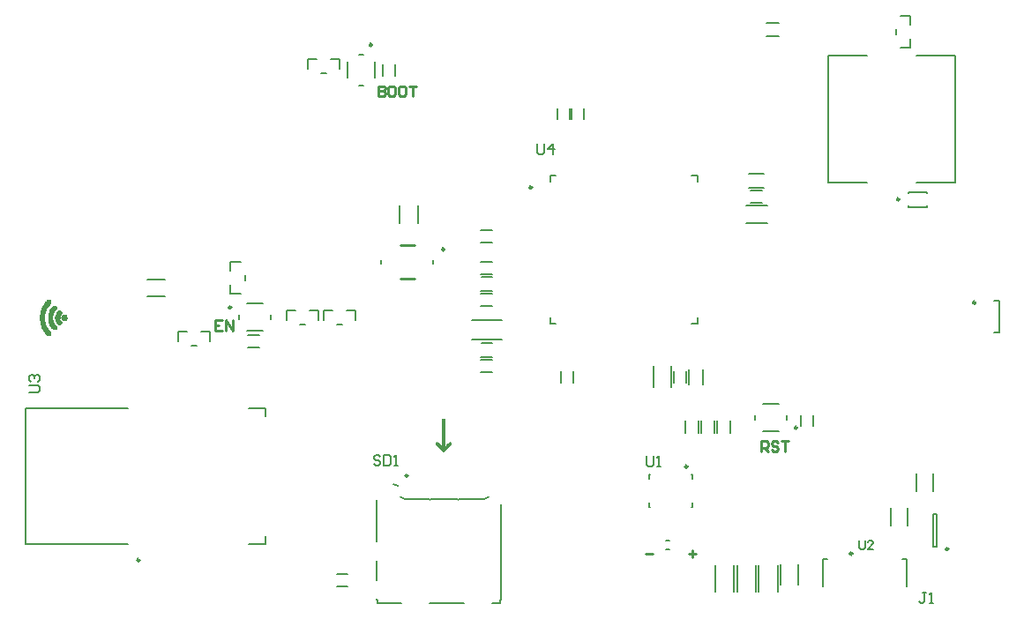
<source format=gto>
G04*
G04 #@! TF.GenerationSoftware,Altium Limited,Altium Designer,21.1.1 (26)*
G04*
G04 Layer_Color=65535*
%FSLAX44Y44*%
%MOMM*%
G71*
G04*
G04 #@! TF.SameCoordinates,6A85A449-59C4-447A-B511-F0FC370A597D*
G04*
G04*
G04 #@! TF.FilePolarity,Positive*
G04*
G01*
G75*
%ADD10C,0.2500*%
%ADD11C,0.2000*%
%ADD12C,0.2540*%
G36*
X135195Y373508D02*
X135753D01*
Y373397D01*
X136089D01*
Y373285D01*
X136312D01*
Y373173D01*
X136424D01*
Y373061D01*
X136535D01*
Y372950D01*
X136647D01*
Y372838D01*
X136759D01*
Y372726D01*
X136870D01*
Y372615D01*
X136982D01*
Y372503D01*
X137094D01*
Y372391D01*
X137317D01*
Y372280D01*
X137429D01*
Y372056D01*
X137541D01*
Y371945D01*
X137652D01*
Y371721D01*
X137764D01*
Y371051D01*
X137876D01*
Y370381D01*
X137764D01*
Y370046D01*
X137652D01*
Y369934D01*
X137429D01*
Y369822D01*
X137205D01*
Y369711D01*
X137094D01*
Y369599D01*
X136982D01*
Y369487D01*
X136870D01*
Y369264D01*
X136759D01*
Y369040D01*
X136647D01*
Y368817D01*
X136535D01*
Y368705D01*
X136312D01*
Y368594D01*
X136089D01*
Y368482D01*
X135977D01*
Y368370D01*
X135865D01*
Y368259D01*
X135753D01*
Y367924D01*
X135642D01*
Y367365D01*
X135753D01*
Y367030D01*
X135865D01*
Y366807D01*
X135977D01*
Y366695D01*
X136647D01*
Y366807D01*
X136759D01*
Y366918D01*
X136870D01*
Y367142D01*
X136982D01*
Y367589D01*
X137094D01*
Y367924D01*
X137205D01*
Y368147D01*
X137317D01*
Y368259D01*
X137541D01*
Y368370D01*
X137764D01*
Y368482D01*
X137876D01*
Y368594D01*
X137987D01*
Y368705D01*
X138099D01*
Y368817D01*
X138211D01*
Y369152D01*
X138322D01*
Y369264D01*
X138434D01*
Y369376D01*
X138658D01*
Y369487D01*
X139328D01*
Y369376D01*
X141115D01*
Y369264D01*
X141450D01*
Y369152D01*
X141673D01*
Y369040D01*
X141785D01*
Y368929D01*
X141897D01*
Y368817D01*
X142008D01*
Y368482D01*
X142120D01*
Y368035D01*
X142232D01*
Y367589D01*
X142343D01*
Y367365D01*
X142455D01*
Y367253D01*
X142567D01*
Y367030D01*
X142678D01*
Y366918D01*
X142790D01*
Y366807D01*
X142902D01*
Y366695D01*
X143014D01*
Y365913D01*
X142902D01*
Y365801D01*
X142790D01*
Y365690D01*
X142678D01*
Y365578D01*
X142567D01*
Y365355D01*
X142455D01*
Y365243D01*
X142343D01*
Y365019D01*
X142232D01*
Y364573D01*
X142120D01*
Y364238D01*
X142008D01*
Y363903D01*
X141897D01*
Y363791D01*
X141785D01*
Y363679D01*
X141673D01*
Y363568D01*
X141562D01*
Y363456D01*
X141338D01*
Y363344D01*
X141003D01*
Y363232D01*
X139216D01*
Y363121D01*
X138769D01*
Y363232D01*
X138434D01*
Y363344D01*
X138322D01*
Y363568D01*
X138211D01*
Y363791D01*
X138099D01*
Y364014D01*
X137987D01*
Y364126D01*
X137764D01*
Y364238D01*
X137541D01*
Y364349D01*
X137317D01*
Y364461D01*
X137205D01*
Y364684D01*
X137094D01*
Y365019D01*
X136982D01*
Y365466D01*
X136870D01*
Y365690D01*
X136759D01*
Y365801D01*
X136647D01*
Y365913D01*
X136089D01*
Y365801D01*
X135977D01*
Y365690D01*
X135865D01*
Y365578D01*
X135753D01*
Y365243D01*
X135642D01*
Y364684D01*
X135753D01*
Y364349D01*
X135865D01*
Y364238D01*
X135977D01*
Y364126D01*
X136200D01*
Y364014D01*
X136312D01*
Y363903D01*
X136535D01*
Y363791D01*
X136647D01*
Y363568D01*
X136759D01*
Y363344D01*
X136870D01*
Y363121D01*
X136982D01*
Y363009D01*
X137094D01*
Y362897D01*
X137317D01*
Y362786D01*
X137541D01*
Y362674D01*
X137652D01*
Y362562D01*
X137764D01*
Y362339D01*
X137876D01*
Y361557D01*
X137764D01*
Y360998D01*
X137652D01*
Y360775D01*
X137541D01*
Y360552D01*
X137429D01*
Y360440D01*
X137317D01*
Y360328D01*
X137205D01*
Y360217D01*
X137094D01*
Y360105D01*
X136982D01*
Y359993D01*
X136870D01*
Y359882D01*
X136647D01*
Y359770D01*
X136535D01*
Y359658D01*
X136424D01*
Y359547D01*
X136312D01*
Y359435D01*
X136089D01*
Y359323D01*
X135753D01*
Y359211D01*
X135418D01*
Y359100D01*
X134860D01*
Y358988D01*
X134637D01*
Y359100D01*
X134302D01*
Y359211D01*
X134190D01*
Y359323D01*
X134078D01*
Y359435D01*
X133966D01*
Y359547D01*
X133855D01*
Y359658D01*
X133631D01*
Y359770D01*
X133520D01*
Y359882D01*
X133296D01*
Y359993D01*
X133184D01*
Y360105D01*
X132961D01*
Y360217D01*
X132850D01*
Y360328D01*
X132738D01*
Y360552D01*
X132626D01*
Y360663D01*
X132514D01*
Y360775D01*
X132403D01*
Y360887D01*
X132291D01*
Y360998D01*
X132179D01*
Y361110D01*
X132068D01*
Y361222D01*
X131956D01*
Y361334D01*
X131844D01*
Y361557D01*
X131733D01*
Y362562D01*
X131621D01*
Y362897D01*
X131509D01*
Y363009D01*
X131397D01*
Y363121D01*
X131286D01*
Y363232D01*
X131174D01*
Y363344D01*
X131062D01*
Y363456D01*
X130951D01*
Y363568D01*
X130839D01*
Y363791D01*
X130727D01*
Y364908D01*
X130616D01*
Y367700D01*
X130727D01*
Y368929D01*
X130839D01*
Y369040D01*
X130951D01*
Y369264D01*
X131174D01*
Y369376D01*
X131286D01*
Y369487D01*
X131397D01*
Y369599D01*
X131509D01*
Y369711D01*
X131621D01*
Y370046D01*
X131733D01*
Y371051D01*
X131844D01*
Y371274D01*
X131956D01*
Y371386D01*
X132068D01*
Y371498D01*
X132179D01*
Y371609D01*
X132291D01*
Y371721D01*
X132403D01*
Y371833D01*
X132514D01*
Y371945D01*
X132626D01*
Y372056D01*
X132738D01*
Y372280D01*
X132850D01*
Y372391D01*
X132961D01*
Y372503D01*
X133073D01*
Y372615D01*
X133296D01*
Y372726D01*
X133408D01*
Y372838D01*
X133631D01*
Y372950D01*
X133743D01*
Y373061D01*
X133855D01*
Y373173D01*
X133966D01*
Y373285D01*
X134078D01*
Y373397D01*
X134190D01*
Y373508D01*
X134413D01*
Y373620D01*
X135195D01*
Y373508D01*
D02*
G37*
G36*
X129610Y377976D02*
X131397D01*
Y377864D01*
X131733D01*
Y377753D01*
X131956D01*
Y377641D01*
X132068D01*
Y377529D01*
X132179D01*
Y377417D01*
X132291D01*
Y377194D01*
X132403D01*
Y376971D01*
X132514D01*
Y374402D01*
X132403D01*
Y374290D01*
X132291D01*
Y374178D01*
X132179D01*
Y374067D01*
X132068D01*
Y373955D01*
X131956D01*
Y373843D01*
X131844D01*
Y373732D01*
X131733D01*
Y373620D01*
X131621D01*
Y373508D01*
X131509D01*
Y373397D01*
X131397D01*
Y373173D01*
X131286D01*
Y373061D01*
X131174D01*
Y372950D01*
X130951D01*
Y372838D01*
X130839D01*
Y372726D01*
X130727D01*
Y372615D01*
X130616D01*
Y372503D01*
X130504D01*
Y372280D01*
X130392D01*
Y371945D01*
X130281D01*
Y371609D01*
X130169D01*
Y371386D01*
X130057D01*
Y371163D01*
X129945D01*
Y371051D01*
X129834D01*
Y370939D01*
X129722D01*
Y370716D01*
X129610D01*
Y370604D01*
X129499D01*
Y370381D01*
X129387D01*
Y369934D01*
X129275D01*
Y369487D01*
X129164D01*
Y369040D01*
X129052D01*
Y368370D01*
X128940D01*
Y368035D01*
X128828D01*
Y367812D01*
X128717D01*
Y367700D01*
X128605D01*
Y367477D01*
X128493D01*
Y367365D01*
X128382D01*
Y367030D01*
X128270D01*
Y365578D01*
X128382D01*
Y365243D01*
X128493D01*
Y365131D01*
X128605D01*
Y364908D01*
X128717D01*
Y364796D01*
X128828D01*
Y364573D01*
X128940D01*
Y364349D01*
X129052D01*
Y363791D01*
X129164D01*
Y363121D01*
X129275D01*
Y362674D01*
X129387D01*
Y362227D01*
X129499D01*
Y362004D01*
X129610D01*
Y361892D01*
X129722D01*
Y361780D01*
X129834D01*
Y361669D01*
X129945D01*
Y361445D01*
X130057D01*
Y361334D01*
X130169D01*
Y361110D01*
X130281D01*
Y360663D01*
X130392D01*
Y360328D01*
X130504D01*
Y360105D01*
X130616D01*
Y359993D01*
X130727D01*
Y359882D01*
X130839D01*
Y359770D01*
X131062D01*
Y359658D01*
X131174D01*
Y359547D01*
X131286D01*
Y359435D01*
X131397D01*
Y359323D01*
X131509D01*
Y359100D01*
X131621D01*
Y358988D01*
X131733D01*
Y358876D01*
X131844D01*
Y358765D01*
X131956D01*
Y358653D01*
X132179D01*
Y358541D01*
X132291D01*
Y358430D01*
X132403D01*
Y358206D01*
X132514D01*
Y357983D01*
X132626D01*
Y357536D01*
X132514D01*
Y356531D01*
X132626D01*
Y356419D01*
X132514D01*
Y355749D01*
X132403D01*
Y355414D01*
X132291D01*
Y355302D01*
X132179D01*
Y355079D01*
X132068D01*
Y354967D01*
X131844D01*
Y354855D01*
X131733D01*
Y354744D01*
X131397D01*
Y354632D01*
X129499D01*
Y354520D01*
X129275D01*
Y354632D01*
X128828D01*
Y354744D01*
X128717D01*
Y354855D01*
X128605D01*
Y354967D01*
X128493D01*
Y355191D01*
X128382D01*
Y355302D01*
X128270D01*
Y355414D01*
X128158D01*
Y355526D01*
X128047D01*
Y355637D01*
X127823D01*
Y355749D01*
X127711D01*
Y355861D01*
X127600D01*
Y355972D01*
X127488D01*
Y356084D01*
X127376D01*
Y356307D01*
X127265D01*
Y356419D01*
X127153D01*
Y356531D01*
X127041D01*
Y356642D01*
X126930D01*
Y356754D01*
X126818D01*
Y356866D01*
X126595D01*
Y356978D01*
X126483D01*
Y357201D01*
X126371D01*
Y357313D01*
X126259D01*
Y357536D01*
X126148D01*
Y357759D01*
X126036D01*
Y357983D01*
X125924D01*
Y358094D01*
X125813D01*
Y358206D01*
X125701D01*
Y358318D01*
X125589D01*
Y358430D01*
X125478D01*
Y358653D01*
X125366D01*
Y358988D01*
X125254D01*
Y360663D01*
X125143D01*
Y360775D01*
X125031D01*
Y360887D01*
X124919D01*
Y360998D01*
X124808D01*
Y361110D01*
X124584D01*
Y361222D01*
X124472D01*
Y361334D01*
X124361D01*
Y361445D01*
X124249D01*
Y361780D01*
X124137D01*
Y362562D01*
X124249D01*
Y370046D01*
X124137D01*
Y370939D01*
X124249D01*
Y371163D01*
X124361D01*
Y371274D01*
X124472D01*
Y371386D01*
X124584D01*
Y371498D01*
X124808D01*
Y371609D01*
X124919D01*
Y371721D01*
X125031D01*
Y371833D01*
X125143D01*
Y371945D01*
X125254D01*
Y373732D01*
X125366D01*
Y374067D01*
X125478D01*
Y374290D01*
X125589D01*
Y374402D01*
X125701D01*
Y374514D01*
X125813D01*
Y374625D01*
X125924D01*
Y374737D01*
X126036D01*
Y374849D01*
X126148D01*
Y375072D01*
X126259D01*
Y375295D01*
X126371D01*
Y375519D01*
X126483D01*
Y375630D01*
X126595D01*
Y375742D01*
X126818D01*
Y375854D01*
X126930D01*
Y375965D01*
X127041D01*
Y376077D01*
X127153D01*
Y376189D01*
X127265D01*
Y376301D01*
X127376D01*
Y376524D01*
X127488D01*
Y376636D01*
X127600D01*
Y376747D01*
X127711D01*
Y376859D01*
X127823D01*
Y376971D01*
X128047D01*
Y377082D01*
X128158D01*
Y377194D01*
X128270D01*
Y377306D01*
X128382D01*
Y377417D01*
X128493D01*
Y377641D01*
X128605D01*
Y377753D01*
X128717D01*
Y377864D01*
X128828D01*
Y377976D01*
X129052D01*
Y378088D01*
X129610D01*
Y377976D01*
D02*
G37*
G36*
X126706Y382891D02*
X126818D01*
Y382667D01*
X126930D01*
Y382444D01*
X127041D01*
Y382220D01*
X127153D01*
Y381774D01*
X127265D01*
Y380880D01*
X127153D01*
Y380210D01*
X127041D01*
Y379986D01*
X126930D01*
Y379763D01*
X126818D01*
Y379651D01*
X126706D01*
Y379540D01*
X126595D01*
Y379428D01*
X126483D01*
Y379316D01*
X126259D01*
Y379093D01*
X126148D01*
Y378981D01*
X126036D01*
Y378870D01*
X125924D01*
Y378646D01*
X125813D01*
Y378535D01*
X125701D01*
Y378423D01*
X125589D01*
Y378311D01*
X125366D01*
Y378088D01*
X125254D01*
Y377976D01*
X125143D01*
Y377864D01*
X125031D01*
Y377641D01*
X124919D01*
Y377529D01*
X124808D01*
Y377417D01*
X124696D01*
Y377306D01*
X124584D01*
Y377194D01*
X124472D01*
Y377082D01*
X124249D01*
Y376971D01*
X124137D01*
Y376747D01*
X124026D01*
Y376524D01*
X123914D01*
Y376077D01*
X123802D01*
Y375854D01*
X123691D01*
Y375630D01*
X123579D01*
Y375519D01*
X123467D01*
Y375407D01*
X123356D01*
Y375295D01*
X123244D01*
Y375184D01*
X123132D01*
Y374960D01*
X123020D01*
Y374737D01*
X122909D01*
Y374290D01*
X122797D01*
Y373843D01*
X122685D01*
Y373620D01*
X122574D01*
Y373508D01*
X122462D01*
Y373397D01*
X122350D01*
Y373173D01*
X122239D01*
Y373061D01*
X122127D01*
Y372950D01*
X122015D01*
Y372726D01*
X121903D01*
Y372280D01*
X121792D01*
Y371386D01*
X121680D01*
Y370716D01*
X121568D01*
Y370381D01*
X121457D01*
Y370157D01*
X121345D01*
Y370046D01*
X121233D01*
Y369934D01*
X121122D01*
Y369822D01*
X121010D01*
Y369599D01*
X120898D01*
Y369376D01*
X120787D01*
Y363232D01*
X120898D01*
Y363009D01*
X121010D01*
Y362897D01*
X121122D01*
Y362786D01*
X121233D01*
Y362562D01*
X121345D01*
Y362451D01*
X121457D01*
Y362339D01*
X121568D01*
Y362004D01*
X121680D01*
Y361334D01*
X121792D01*
Y360328D01*
X121903D01*
Y359882D01*
X122015D01*
Y359658D01*
X122127D01*
Y359547D01*
X122239D01*
Y359435D01*
X122350D01*
Y359323D01*
X122462D01*
Y359211D01*
X122574D01*
Y358988D01*
X122685D01*
Y358765D01*
X122797D01*
Y358318D01*
X122909D01*
Y357983D01*
X123020D01*
Y357648D01*
X123132D01*
Y357536D01*
X123244D01*
Y357424D01*
X123356D01*
Y357313D01*
X123467D01*
Y357201D01*
X123579D01*
Y356978D01*
X123691D01*
Y356866D01*
X123802D01*
Y356531D01*
X123914D01*
Y356084D01*
X124026D01*
Y355861D01*
X124137D01*
Y355749D01*
X124249D01*
Y355637D01*
X124361D01*
Y355526D01*
X124472D01*
Y355414D01*
X124584D01*
Y355302D01*
X124808D01*
Y355191D01*
X124919D01*
Y354967D01*
X125031D01*
Y354855D01*
X125143D01*
Y354632D01*
X125254D01*
Y354520D01*
X125366D01*
Y354409D01*
X125478D01*
Y354297D01*
X125589D01*
Y354185D01*
X125701D01*
Y354073D01*
X125813D01*
Y353962D01*
X125924D01*
Y353850D01*
X126036D01*
Y353738D01*
X126148D01*
Y353515D01*
X126259D01*
Y353403D01*
X126371D01*
Y353292D01*
X126483D01*
Y353180D01*
X126706D01*
Y353068D01*
X126818D01*
Y352957D01*
X126930D01*
Y352733D01*
X127041D01*
Y352510D01*
X127153D01*
Y351616D01*
X127265D01*
Y350834D01*
X127153D01*
Y350499D01*
X127041D01*
Y350276D01*
X126930D01*
Y350052D01*
X126818D01*
Y349941D01*
X126706D01*
Y349717D01*
X126595D01*
Y349159D01*
X122574D01*
Y349606D01*
X122462D01*
Y349829D01*
X122350D01*
Y350052D01*
X122239D01*
Y350164D01*
X122127D01*
Y350276D01*
X122015D01*
Y350388D01*
X121903D01*
Y350499D01*
X121792D01*
Y350611D01*
X121568D01*
Y350723D01*
X121457D01*
Y350834D01*
X121345D01*
Y351058D01*
X121233D01*
Y351281D01*
X121122D01*
Y351616D01*
X121010D01*
Y351951D01*
X120898D01*
Y352175D01*
X120787D01*
Y352286D01*
X120675D01*
Y352398D01*
X120451D01*
Y352510D01*
X120228D01*
Y352621D01*
X120116D01*
Y352733D01*
X120005D01*
Y352957D01*
X119893D01*
Y353180D01*
X119781D01*
Y353403D01*
X119670D01*
Y353515D01*
X119558D01*
Y353627D01*
X119446D01*
Y353738D01*
X119334D01*
Y353850D01*
X119223D01*
Y353962D01*
X119111D01*
Y354073D01*
X118999D01*
Y354409D01*
X118888D01*
Y355079D01*
X118776D01*
Y355414D01*
X118664D01*
Y355637D01*
X118553D01*
Y355749D01*
X118441D01*
Y355861D01*
X118218D01*
Y355972D01*
X118106D01*
Y356084D01*
X117994D01*
Y356307D01*
X117882D01*
Y356531D01*
X117771D01*
Y358430D01*
X117659D01*
Y358653D01*
X117547D01*
Y358765D01*
X117436D01*
Y358876D01*
X117324D01*
Y358988D01*
X117101D01*
Y359100D01*
X116989D01*
Y359211D01*
X116877D01*
Y359323D01*
X116766D01*
Y359658D01*
X116654D01*
Y361669D01*
X116766D01*
Y362451D01*
X116654D01*
Y362897D01*
X116542D01*
Y363121D01*
X116431D01*
Y363232D01*
X116319D01*
Y363456D01*
X116207D01*
Y363568D01*
X116095D01*
Y363679D01*
X115984D01*
Y364014D01*
X115872D01*
Y364573D01*
X115984D01*
Y368035D01*
X115872D01*
Y368594D01*
X115984D01*
Y368929D01*
X116095D01*
Y369040D01*
X116207D01*
Y369152D01*
X116319D01*
Y369376D01*
X116431D01*
Y369487D01*
X116542D01*
Y369711D01*
X116654D01*
Y370157D01*
X116766D01*
Y370939D01*
X116654D01*
Y373061D01*
X116766D01*
Y373285D01*
X116877D01*
Y373508D01*
X117101D01*
Y373620D01*
X117212D01*
Y373732D01*
X117436D01*
Y373843D01*
X117547D01*
Y373955D01*
X117659D01*
Y374178D01*
X117771D01*
Y376189D01*
X117882D01*
Y376412D01*
X117994D01*
Y376524D01*
X118106D01*
Y376636D01*
X118218D01*
Y376747D01*
X118329D01*
Y376859D01*
X118441D01*
Y376971D01*
X118553D01*
Y377082D01*
X118664D01*
Y377194D01*
X118776D01*
Y377529D01*
X118888D01*
Y378311D01*
X118999D01*
Y378535D01*
X119111D01*
Y378758D01*
X119334D01*
Y378870D01*
X119446D01*
Y378981D01*
X119558D01*
Y379093D01*
X119670D01*
Y379316D01*
X119781D01*
Y379540D01*
X119893D01*
Y379651D01*
X120005D01*
Y379875D01*
X120116D01*
Y379986D01*
X120228D01*
Y380098D01*
X120451D01*
Y380210D01*
X120563D01*
Y380322D01*
X120787D01*
Y380545D01*
X120898D01*
Y380657D01*
X121010D01*
Y381103D01*
X121122D01*
Y381438D01*
X121233D01*
Y381662D01*
X121345D01*
Y381774D01*
X121457D01*
Y381885D01*
X121568D01*
Y381997D01*
X121680D01*
Y382109D01*
X121792D01*
Y382220D01*
X121903D01*
Y382332D01*
X122015D01*
Y382444D01*
X122127D01*
Y382555D01*
X122239D01*
Y382667D01*
X122350D01*
Y383002D01*
X122462D01*
Y383449D01*
X126706D01*
Y382891D01*
D02*
G37*
G36*
X503565Y269600D02*
X503693D01*
Y269584D01*
X503884D01*
Y269568D01*
X503948D01*
Y269552D01*
X504012D01*
Y269536D01*
X504060D01*
Y269520D01*
X504124D01*
Y269504D01*
X504203D01*
Y269488D01*
X504267D01*
Y269472D01*
X504331D01*
Y269456D01*
X504379D01*
Y269440D01*
X504411D01*
Y269424D01*
X504443D01*
Y269408D01*
X504459D01*
Y269392D01*
X504491D01*
Y269376D01*
X504523D01*
Y269360D01*
X504554D01*
Y269345D01*
X504586D01*
Y269328D01*
X504618D01*
Y269313D01*
X504650D01*
Y269297D01*
X504682D01*
Y269281D01*
X504698D01*
Y269265D01*
X504714D01*
Y269249D01*
X504730D01*
Y269233D01*
X504762D01*
Y269217D01*
X504778D01*
Y269201D01*
X504810D01*
Y269185D01*
X504842D01*
Y269169D01*
X504858D01*
Y269153D01*
X504874D01*
Y269137D01*
X504906D01*
Y269121D01*
X504921D01*
Y269105D01*
X504938D01*
Y269089D01*
X504953D01*
Y269073D01*
X504969D01*
Y269057D01*
X504985D01*
Y269041D01*
X505001D01*
Y269025D01*
X505017D01*
Y269009D01*
X505033D01*
Y268993D01*
X505049D01*
Y268977D01*
X505065D01*
Y268962D01*
X505081D01*
Y268946D01*
X505097D01*
Y268930D01*
X505113D01*
Y268914D01*
X505129D01*
Y268898D01*
X505145D01*
Y268866D01*
X505161D01*
Y268850D01*
X505177D01*
Y268834D01*
X505193D01*
Y268802D01*
X505209D01*
Y268786D01*
X505225D01*
Y268770D01*
X505241D01*
Y268754D01*
X505257D01*
Y268722D01*
X505273D01*
Y268706D01*
X505289D01*
Y268690D01*
X505304D01*
Y268658D01*
X505321D01*
Y268610D01*
X505336D01*
Y268578D01*
X505352D01*
Y268547D01*
X505368D01*
Y268515D01*
X505384D01*
Y268499D01*
X505400D01*
Y268483D01*
X505416D01*
Y268467D01*
X505432D01*
Y268435D01*
X505448D01*
Y268387D01*
X505464D01*
Y268339D01*
X505480D01*
Y268291D01*
X505496D01*
Y268243D01*
X505512D01*
Y268211D01*
X505528D01*
Y268179D01*
X505544D01*
Y268148D01*
X505560D01*
Y268100D01*
X505576D01*
Y268052D01*
X505592D01*
Y267956D01*
X505608D01*
Y267828D01*
X505624D01*
Y265865D01*
X505608D01*
Y263360D01*
X505624D01*
Y260886D01*
X505608D01*
Y258397D01*
X505624D01*
Y255875D01*
X505608D01*
Y253370D01*
X505624D01*
Y250912D01*
X505608D01*
Y248375D01*
X505624D01*
Y245933D01*
X505608D01*
Y243683D01*
X505624D01*
Y243667D01*
X505640D01*
Y243651D01*
X505719D01*
Y243667D01*
X505735D01*
Y243683D01*
X505751D01*
Y243699D01*
X505767D01*
Y243715D01*
X505783D01*
Y243731D01*
X505799D01*
Y243747D01*
X505815D01*
Y243779D01*
X505831D01*
Y243795D01*
X505847D01*
Y243811D01*
X505863D01*
Y243827D01*
X505879D01*
Y243843D01*
X505895D01*
Y243874D01*
X505911D01*
Y243890D01*
X505927D01*
Y243906D01*
X505943D01*
Y243922D01*
X505959D01*
Y243938D01*
X505975D01*
Y243954D01*
X505991D01*
Y243970D01*
X506023D01*
Y244002D01*
X506039D01*
Y244018D01*
X506055D01*
Y244034D01*
X506071D01*
Y244050D01*
X506087D01*
Y244066D01*
X506102D01*
Y244082D01*
X506118D01*
Y244098D01*
X506134D01*
Y244114D01*
X506150D01*
Y244130D01*
X506166D01*
Y244146D01*
X506182D01*
Y244162D01*
X506198D01*
Y244178D01*
X506214D01*
Y244194D01*
X506230D01*
Y244226D01*
X506246D01*
Y244242D01*
X506262D01*
Y244258D01*
X506278D01*
Y244273D01*
X506294D01*
Y244289D01*
X506310D01*
Y244305D01*
X506326D01*
Y244321D01*
X506342D01*
Y244337D01*
X506358D01*
Y244353D01*
X506374D01*
Y244369D01*
X506390D01*
Y244385D01*
X506406D01*
Y244401D01*
X506438D01*
Y244417D01*
X506454D01*
Y244433D01*
X506469D01*
Y244449D01*
X506485D01*
Y244465D01*
X506501D01*
Y244481D01*
X506517D01*
Y244497D01*
X506533D01*
Y244513D01*
X506549D01*
Y244545D01*
X506565D01*
Y244561D01*
X506581D01*
Y244577D01*
X506613D01*
Y244593D01*
X506629D01*
Y244609D01*
X506645D01*
Y244625D01*
X506661D01*
Y244641D01*
X506677D01*
Y244657D01*
X506693D01*
Y244688D01*
X506709D01*
Y244704D01*
X506725D01*
Y244720D01*
X506741D01*
Y244736D01*
X506757D01*
Y244752D01*
X506773D01*
Y244768D01*
X506789D01*
Y244784D01*
X506805D01*
Y244800D01*
X506821D01*
Y244816D01*
X506837D01*
Y244832D01*
X506852D01*
Y244848D01*
X506869D01*
Y244864D01*
X506884D01*
Y244880D01*
X506900D01*
Y244896D01*
X506916D01*
Y244912D01*
X506932D01*
Y244928D01*
X506948D01*
Y244944D01*
X506964D01*
Y244960D01*
X506980D01*
Y244976D01*
X506996D01*
Y244992D01*
X507012D01*
Y245007D01*
X507028D01*
Y245023D01*
X507044D01*
Y245040D01*
X507060D01*
Y245055D01*
X507076D01*
Y245071D01*
X507092D01*
Y245087D01*
X507108D01*
Y245103D01*
X507124D01*
Y245119D01*
X507140D01*
Y245135D01*
X507156D01*
Y245151D01*
X507172D01*
Y245167D01*
X507188D01*
Y245183D01*
X507204D01*
Y245199D01*
X507220D01*
Y245215D01*
X507235D01*
Y245231D01*
X507252D01*
Y245247D01*
X507267D01*
Y245263D01*
X507283D01*
Y245279D01*
X507299D01*
Y245295D01*
X507315D01*
Y245311D01*
X507331D01*
Y245327D01*
X507347D01*
Y245343D01*
X507363D01*
Y245359D01*
X507379D01*
Y245375D01*
X507395D01*
Y245390D01*
X507411D01*
Y245406D01*
X507427D01*
Y245422D01*
X507443D01*
Y245438D01*
X507459D01*
Y245454D01*
X507475D01*
Y245470D01*
X507491D01*
Y245486D01*
X507507D01*
Y245502D01*
X507523D01*
Y245518D01*
X507539D01*
Y245534D01*
X507555D01*
Y245550D01*
X507587D01*
Y245566D01*
X507603D01*
Y245598D01*
X507618D01*
Y245614D01*
X507635D01*
Y245630D01*
X507650D01*
Y245646D01*
X507666D01*
Y245662D01*
X507682D01*
Y245678D01*
X507698D01*
Y245694D01*
X507714D01*
Y245710D01*
X507730D01*
Y245726D01*
X507746D01*
Y245742D01*
X507762D01*
Y245758D01*
X507778D01*
Y245774D01*
X507794D01*
Y245790D01*
X507810D01*
Y245805D01*
X507826D01*
Y245821D01*
X507842D01*
Y245837D01*
X507858D01*
Y245853D01*
X507874D01*
Y245869D01*
X507906D01*
Y245885D01*
X507922D01*
Y245901D01*
X507938D01*
Y245917D01*
X507970D01*
Y245933D01*
X507986D01*
Y245949D01*
X508002D01*
Y245965D01*
X508018D01*
Y245981D01*
X508033D01*
Y245997D01*
X508049D01*
Y246029D01*
X508065D01*
Y246045D01*
X508097D01*
Y246061D01*
X508113D01*
Y246077D01*
X508129D01*
Y246093D01*
X508145D01*
Y246109D01*
X508161D01*
Y246125D01*
X508177D01*
Y246141D01*
X508193D01*
Y246157D01*
X508209D01*
Y246173D01*
X508225D01*
Y246189D01*
X508241D01*
Y246204D01*
X508257D01*
Y246220D01*
X508273D01*
Y246236D01*
X508289D01*
Y246252D01*
X508305D01*
Y246268D01*
X508321D01*
Y246284D01*
X508337D01*
Y246300D01*
X508353D01*
Y246316D01*
X508369D01*
Y246332D01*
X508385D01*
Y246348D01*
X508400D01*
Y246364D01*
X508416D01*
Y246380D01*
X508432D01*
Y246396D01*
X508448D01*
Y246412D01*
X508464D01*
Y246428D01*
X508480D01*
Y246444D01*
X508496D01*
Y246460D01*
X508512D01*
Y246492D01*
X508528D01*
Y246508D01*
X508544D01*
Y246524D01*
X508576D01*
Y246540D01*
X508592D01*
Y246556D01*
X508608D01*
Y246572D01*
X508624D01*
Y246587D01*
X508640D01*
Y246603D01*
X508656D01*
Y246635D01*
X508672D01*
Y246651D01*
X508688D01*
Y246667D01*
X508704D01*
Y246683D01*
X508720D01*
Y246699D01*
X508736D01*
Y246715D01*
X508752D01*
Y246731D01*
X508768D01*
Y246747D01*
X508783D01*
Y246763D01*
X508800D01*
Y246779D01*
X508815D01*
Y246795D01*
X508831D01*
Y246811D01*
X508847D01*
Y246827D01*
X508879D01*
Y246843D01*
X508927D01*
Y246859D01*
X508943D01*
Y246875D01*
X508975D01*
Y246891D01*
X508991D01*
Y246907D01*
X509007D01*
Y246923D01*
X509023D01*
Y246938D01*
X509055D01*
Y246954D01*
X509087D01*
Y246970D01*
X509119D01*
Y246986D01*
X509166D01*
Y247002D01*
X509198D01*
Y247018D01*
X509246D01*
Y247034D01*
X509278D01*
Y247050D01*
X509310D01*
Y247066D01*
X509342D01*
Y247082D01*
X509390D01*
Y247098D01*
X509470D01*
Y247114D01*
X509581D01*
Y247130D01*
X509741D01*
Y247146D01*
X509933D01*
Y247130D01*
X510060D01*
Y247114D01*
X510188D01*
Y247098D01*
X510284D01*
Y247082D01*
X510316D01*
Y247066D01*
X510348D01*
Y247050D01*
X510363D01*
Y247034D01*
X510379D01*
Y247018D01*
X510411D01*
Y247002D01*
X510459D01*
Y246986D01*
X510523D01*
Y246970D01*
X510571D01*
Y246954D01*
X510603D01*
Y246938D01*
X510635D01*
Y246923D01*
X510651D01*
Y246907D01*
X510667D01*
Y246891D01*
X510683D01*
Y246875D01*
X510699D01*
Y246859D01*
X510731D01*
Y246843D01*
X510762D01*
Y246827D01*
X510778D01*
Y246811D01*
X510810D01*
Y246795D01*
X510826D01*
Y246779D01*
X510842D01*
Y246763D01*
X510858D01*
Y246747D01*
X510874D01*
Y246731D01*
X510890D01*
Y246715D01*
X510906D01*
Y246699D01*
X510938D01*
Y246683D01*
X510954D01*
Y246667D01*
X510970D01*
Y246651D01*
X510986D01*
Y246619D01*
X511002D01*
Y246603D01*
X511018D01*
Y246572D01*
X511034D01*
Y246556D01*
X511050D01*
Y246540D01*
X511066D01*
Y246524D01*
X511082D01*
Y246508D01*
X511097D01*
Y246492D01*
X511114D01*
Y246460D01*
X511129D01*
Y246444D01*
X511145D01*
Y246412D01*
X511161D01*
Y246380D01*
X511177D01*
Y246348D01*
X511193D01*
Y246332D01*
X511209D01*
Y246316D01*
X511225D01*
Y246300D01*
X511241D01*
Y246284D01*
X511257D01*
Y246252D01*
X511273D01*
Y246204D01*
X511289D01*
Y246157D01*
X511305D01*
Y246109D01*
X511321D01*
Y246061D01*
X511337D01*
Y246013D01*
X511353D01*
Y245981D01*
X511369D01*
Y245949D01*
X511385D01*
Y245917D01*
X511401D01*
Y245901D01*
X511417D01*
Y245853D01*
X511433D01*
Y245790D01*
X511449D01*
Y245279D01*
X511433D01*
Y245167D01*
X511417D01*
Y245103D01*
X511401D01*
Y245071D01*
X511385D01*
Y245023D01*
X511369D01*
Y244992D01*
X511353D01*
Y244960D01*
X511337D01*
Y244912D01*
X511321D01*
Y244864D01*
X511305D01*
Y244816D01*
X511289D01*
Y244768D01*
X511273D01*
Y244736D01*
X511257D01*
Y244720D01*
X511241D01*
Y244704D01*
X511225D01*
Y244688D01*
X511209D01*
Y244672D01*
X511193D01*
Y244641D01*
X511177D01*
Y244609D01*
X511161D01*
Y244593D01*
X511145D01*
Y244561D01*
X511129D01*
Y244529D01*
X511114D01*
Y244513D01*
X511082D01*
Y244497D01*
X511066D01*
Y244481D01*
X511050D01*
Y244465D01*
X511034D01*
Y244449D01*
X511018D01*
Y244433D01*
X511002D01*
Y244417D01*
X510986D01*
Y244401D01*
X510970D01*
Y244385D01*
X510954D01*
Y244369D01*
X510938D01*
Y244353D01*
X510922D01*
Y244337D01*
X510906D01*
Y244321D01*
X510890D01*
Y244305D01*
X510874D01*
Y244289D01*
X510858D01*
Y244258D01*
X510842D01*
Y244242D01*
X510826D01*
Y244226D01*
X510810D01*
Y244210D01*
X510778D01*
Y244194D01*
X510762D01*
Y244178D01*
X510746D01*
Y244162D01*
X510731D01*
Y244146D01*
X510714D01*
Y244130D01*
X510699D01*
Y244114D01*
X510683D01*
Y244098D01*
X510667D01*
Y244066D01*
X510651D01*
Y244050D01*
X510619D01*
Y244034D01*
X510603D01*
Y244018D01*
X510587D01*
Y244002D01*
X510571D01*
Y243986D01*
X510555D01*
Y243970D01*
X510539D01*
Y243954D01*
X510523D01*
Y243922D01*
X510507D01*
Y243906D01*
X510491D01*
Y243890D01*
X510475D01*
Y243874D01*
X510459D01*
Y243859D01*
X510443D01*
Y243843D01*
X510427D01*
Y243827D01*
X510411D01*
Y243811D01*
X510395D01*
Y243795D01*
X510379D01*
Y243779D01*
X510363D01*
Y243763D01*
X510348D01*
Y243747D01*
X510316D01*
Y243731D01*
X510300D01*
Y243715D01*
X510284D01*
Y243699D01*
X510268D01*
Y243683D01*
X510252D01*
Y243667D01*
X510236D01*
Y243635D01*
X510220D01*
Y243619D01*
X510204D01*
Y243603D01*
X510188D01*
Y243587D01*
X510172D01*
Y243571D01*
X510140D01*
Y243555D01*
X510124D01*
Y243539D01*
X510108D01*
Y243523D01*
X510092D01*
Y243507D01*
X510076D01*
Y243475D01*
X510060D01*
Y243460D01*
X510044D01*
Y243444D01*
X510028D01*
Y243428D01*
X510012D01*
Y243412D01*
X509996D01*
Y243396D01*
X509980D01*
Y243380D01*
X509964D01*
Y243364D01*
X509949D01*
Y243348D01*
X509933D01*
Y243316D01*
X509917D01*
Y243300D01*
X509901D01*
Y243284D01*
X509885D01*
Y243268D01*
X509869D01*
Y243252D01*
X509853D01*
Y243236D01*
X509837D01*
Y243220D01*
X509821D01*
Y243204D01*
X509805D01*
Y243188D01*
X509789D01*
Y243172D01*
X509773D01*
Y243156D01*
X509757D01*
Y243140D01*
X509741D01*
Y243124D01*
X509725D01*
Y243109D01*
X509709D01*
Y243092D01*
X509677D01*
Y243077D01*
X509661D01*
Y243045D01*
X509645D01*
Y243029D01*
X509629D01*
Y243013D01*
X509613D01*
Y242997D01*
X509597D01*
Y242981D01*
X509581D01*
Y242965D01*
X509566D01*
Y242949D01*
X509549D01*
Y242933D01*
X509534D01*
Y242917D01*
X509518D01*
Y242901D01*
X509502D01*
Y242885D01*
X509486D01*
Y242869D01*
X509470D01*
Y242853D01*
X509454D01*
Y242837D01*
X509438D01*
Y242821D01*
X509422D01*
Y242805D01*
X509406D01*
Y242789D01*
X509390D01*
Y242773D01*
X509358D01*
Y242741D01*
X509342D01*
Y242725D01*
X509326D01*
Y242710D01*
X509310D01*
Y242694D01*
X509294D01*
Y242678D01*
X509278D01*
Y242662D01*
X509262D01*
Y242646D01*
X509246D01*
Y242630D01*
X509230D01*
Y242614D01*
X509214D01*
Y242598D01*
X509198D01*
Y242582D01*
X509183D01*
Y242566D01*
X509166D01*
Y242550D01*
X509151D01*
Y242534D01*
X509135D01*
Y242518D01*
X509119D01*
Y242502D01*
X509103D01*
Y242486D01*
X509087D01*
Y242470D01*
X509055D01*
Y242454D01*
X509039D01*
Y242422D01*
X509023D01*
Y242406D01*
X509007D01*
Y242390D01*
X508991D01*
Y242374D01*
X508975D01*
Y242358D01*
X508959D01*
Y242342D01*
X508943D01*
Y242327D01*
X508927D01*
Y242311D01*
X508895D01*
Y242279D01*
X508879D01*
Y242263D01*
X508863D01*
Y242247D01*
X508847D01*
Y242231D01*
X508831D01*
Y242215D01*
X508815D01*
Y242199D01*
X508800D01*
Y242183D01*
X508783D01*
Y242167D01*
X508768D01*
Y242151D01*
X508752D01*
Y242135D01*
X508736D01*
Y242119D01*
X508720D01*
Y242103D01*
X508704D01*
Y242087D01*
X508688D01*
Y242071D01*
X508672D01*
Y242055D01*
X508656D01*
Y242039D01*
X508624D01*
Y242023D01*
X508608D01*
Y242007D01*
X508592D01*
Y241991D01*
X508576D01*
Y241975D01*
X508560D01*
Y241959D01*
X508544D01*
Y241943D01*
X508528D01*
Y241928D01*
X508512D01*
Y241912D01*
X508496D01*
Y241896D01*
X508480D01*
Y241880D01*
X508464D01*
Y241864D01*
X508432D01*
Y241848D01*
X508416D01*
Y241816D01*
X508400D01*
Y241800D01*
X508385D01*
Y241784D01*
X508369D01*
Y241768D01*
X508353D01*
Y241752D01*
X508337D01*
Y241736D01*
X508321D01*
Y241720D01*
X508305D01*
Y241704D01*
X508289D01*
Y241688D01*
X508273D01*
Y241672D01*
X508257D01*
Y241656D01*
X508241D01*
Y241640D01*
X508225D01*
Y241624D01*
X508209D01*
Y241608D01*
X508193D01*
Y241592D01*
X508177D01*
Y241576D01*
X508161D01*
Y241560D01*
X508145D01*
Y241544D01*
X508129D01*
Y241528D01*
X508113D01*
Y241513D01*
X508097D01*
Y241497D01*
X508081D01*
Y241481D01*
X508065D01*
Y241465D01*
X508049D01*
Y241449D01*
X508033D01*
Y241433D01*
X508002D01*
Y241417D01*
X507986D01*
Y241401D01*
X507970D01*
Y241385D01*
X507954D01*
Y241369D01*
X507938D01*
Y241337D01*
X507922D01*
Y241321D01*
X507906D01*
Y241305D01*
X507890D01*
Y241289D01*
X507858D01*
Y241273D01*
X507842D01*
Y241257D01*
X507826D01*
Y241241D01*
X507810D01*
Y241225D01*
X507794D01*
Y241193D01*
X507778D01*
Y241178D01*
X507762D01*
Y241161D01*
X507746D01*
Y241145D01*
X507714D01*
Y241130D01*
X507698D01*
Y241114D01*
X507682D01*
Y241098D01*
X507666D01*
Y241082D01*
X507650D01*
Y241066D01*
X507635D01*
Y241050D01*
X507618D01*
Y241018D01*
X507603D01*
Y240986D01*
X507587D01*
Y240970D01*
X507571D01*
Y240954D01*
X507555D01*
Y240938D01*
X507539D01*
Y240922D01*
X507523D01*
Y240906D01*
X507507D01*
Y240890D01*
X507491D01*
Y240874D01*
X507475D01*
Y240858D01*
X507459D01*
Y240842D01*
X507443D01*
Y240826D01*
X507427D01*
Y240810D01*
X507411D01*
Y240795D01*
X507395D01*
Y240779D01*
X507379D01*
Y240763D01*
X507363D01*
Y240747D01*
X507347D01*
Y240731D01*
X507331D01*
Y240715D01*
X507315D01*
Y240699D01*
X507299D01*
Y240683D01*
X507283D01*
Y240667D01*
X507267D01*
Y240651D01*
X507252D01*
Y240635D01*
X507235D01*
Y240619D01*
X507220D01*
Y240603D01*
X507204D01*
Y240587D01*
X507188D01*
Y240571D01*
X507172D01*
Y240555D01*
X507156D01*
Y240539D01*
X507140D01*
Y240523D01*
X507124D01*
Y240507D01*
X507108D01*
Y240491D01*
X507092D01*
Y240475D01*
X507076D01*
Y240459D01*
X507060D01*
Y240443D01*
X507044D01*
Y240427D01*
X507028D01*
Y240411D01*
X507012D01*
Y240396D01*
X506996D01*
Y240380D01*
X506980D01*
Y240364D01*
X506964D01*
Y240348D01*
X506948D01*
Y240332D01*
X506916D01*
Y240316D01*
X506900D01*
Y240300D01*
X506884D01*
Y240268D01*
X506869D01*
Y240252D01*
X506852D01*
Y240236D01*
X506837D01*
Y240220D01*
X506821D01*
Y240204D01*
X506805D01*
Y240188D01*
X506789D01*
Y240172D01*
X506773D01*
Y240156D01*
X506757D01*
Y240140D01*
X506741D01*
Y240124D01*
X506725D01*
Y240108D01*
X506709D01*
Y240092D01*
X506693D01*
Y240076D01*
X506677D01*
Y240060D01*
X506661D01*
Y240044D01*
X506645D01*
Y240028D01*
X506613D01*
Y240012D01*
X506597D01*
Y239996D01*
X506581D01*
Y239965D01*
X506565D01*
Y239949D01*
X506549D01*
Y239933D01*
X506533D01*
Y239917D01*
X506517D01*
Y239901D01*
X506501D01*
Y239885D01*
X506485D01*
Y239869D01*
X506469D01*
Y239853D01*
X506454D01*
Y239837D01*
X506438D01*
Y239821D01*
X506422D01*
Y239805D01*
X506406D01*
Y239789D01*
X506390D01*
Y239773D01*
X506374D01*
Y239757D01*
X506358D01*
Y239741D01*
X506342D01*
Y239725D01*
X506326D01*
Y239709D01*
X506310D01*
Y239693D01*
X506294D01*
Y239677D01*
X506278D01*
Y239661D01*
X506262D01*
Y239645D01*
X506246D01*
Y239629D01*
X506230D01*
Y239613D01*
X506214D01*
Y239598D01*
X506198D01*
Y239582D01*
X506166D01*
Y239566D01*
X506150D01*
Y239550D01*
X506134D01*
Y239534D01*
X506118D01*
Y239518D01*
X506102D01*
Y239502D01*
X506087D01*
Y239486D01*
X506071D01*
Y239470D01*
X506055D01*
Y239454D01*
X506039D01*
Y239438D01*
X506007D01*
Y239422D01*
X505991D01*
Y239406D01*
X505975D01*
Y239390D01*
X505959D01*
Y239374D01*
X505943D01*
Y239342D01*
X505927D01*
Y239326D01*
X505911D01*
Y239310D01*
X505895D01*
Y239294D01*
X505879D01*
Y239278D01*
X505863D01*
Y239262D01*
X505847D01*
Y239247D01*
X505831D01*
Y239230D01*
X505815D01*
Y239215D01*
X505799D01*
Y239199D01*
X505783D01*
Y239183D01*
X505767D01*
Y239167D01*
X505751D01*
Y239151D01*
X505735D01*
Y239135D01*
X505719D01*
Y239119D01*
X505687D01*
Y239103D01*
X505672D01*
Y239087D01*
X505656D01*
Y239055D01*
X505640D01*
Y239039D01*
X505624D01*
Y239023D01*
X505608D01*
Y239007D01*
X505592D01*
Y238991D01*
X505576D01*
Y238975D01*
X505544D01*
Y238959D01*
X505528D01*
Y238943D01*
X505512D01*
Y238927D01*
X505496D01*
Y238895D01*
X505480D01*
Y238879D01*
X505464D01*
Y238864D01*
X505448D01*
Y238848D01*
X505432D01*
Y238832D01*
X505400D01*
Y238816D01*
X505384D01*
Y238800D01*
X505368D01*
Y238784D01*
X505352D01*
Y238768D01*
X505336D01*
Y238752D01*
X505321D01*
Y238720D01*
X505304D01*
Y238704D01*
X505289D01*
Y238688D01*
X505273D01*
Y238672D01*
X505257D01*
Y238656D01*
X505225D01*
Y238640D01*
X505209D01*
Y238624D01*
X505193D01*
Y238592D01*
X505177D01*
Y238576D01*
X505161D01*
Y238560D01*
X505145D01*
Y238544D01*
X505129D01*
Y238528D01*
X505113D01*
Y238512D01*
X505097D01*
Y238496D01*
X505081D01*
Y238480D01*
X505065D01*
Y238465D01*
X505049D01*
Y238449D01*
X505033D01*
Y238433D01*
X505017D01*
Y238401D01*
X505001D01*
Y238385D01*
X504985D01*
Y238369D01*
X504969D01*
Y238353D01*
X504953D01*
Y238337D01*
X504921D01*
Y238321D01*
X504906D01*
Y238305D01*
X504890D01*
Y238289D01*
X504874D01*
Y238273D01*
X504858D01*
Y238257D01*
X504842D01*
Y238225D01*
X504826D01*
Y238209D01*
X504810D01*
Y238193D01*
X504794D01*
Y238177D01*
X504778D01*
Y238161D01*
X504762D01*
Y238145D01*
X504746D01*
Y238129D01*
X504730D01*
Y238113D01*
X504714D01*
Y238097D01*
X504698D01*
Y238081D01*
X504682D01*
Y238065D01*
X504666D01*
Y238050D01*
X504650D01*
Y238034D01*
X504634D01*
Y238018D01*
X504618D01*
Y238002D01*
X504602D01*
Y237986D01*
X504586D01*
Y237970D01*
X504570D01*
Y237954D01*
X504554D01*
Y237938D01*
X504538D01*
Y237922D01*
X504523D01*
Y237906D01*
X504507D01*
Y237890D01*
X504491D01*
Y237874D01*
X504475D01*
Y237858D01*
X504459D01*
Y237842D01*
X504443D01*
Y237826D01*
X504427D01*
Y237810D01*
X504411D01*
Y237794D01*
X504395D01*
Y237778D01*
X504379D01*
Y237762D01*
X504363D01*
Y237746D01*
X504347D01*
Y237730D01*
X504331D01*
Y237714D01*
X504315D01*
Y237698D01*
X504299D01*
Y237682D01*
X504283D01*
Y237667D01*
X504267D01*
Y237651D01*
X504251D01*
Y237635D01*
X504235D01*
Y237619D01*
X504219D01*
Y237603D01*
X504203D01*
Y237587D01*
X504187D01*
Y237571D01*
X504171D01*
Y237555D01*
X504156D01*
Y237539D01*
X504140D01*
Y237523D01*
X504124D01*
Y237507D01*
X504108D01*
Y237491D01*
X504092D01*
Y237475D01*
X504076D01*
Y237459D01*
X504060D01*
Y237443D01*
X504044D01*
Y237427D01*
X504012D01*
Y237411D01*
X503996D01*
Y237395D01*
X503980D01*
Y237379D01*
X503964D01*
Y237363D01*
X503948D01*
Y237347D01*
X503932D01*
Y237331D01*
X503916D01*
Y237316D01*
X503900D01*
Y237299D01*
X503884D01*
Y237283D01*
X503852D01*
Y237268D01*
X503820D01*
Y237252D01*
X503788D01*
Y237236D01*
X503773D01*
Y237220D01*
X503741D01*
Y237204D01*
X503581D01*
Y237220D01*
X503549D01*
Y237236D01*
X503517D01*
Y237252D01*
X503485D01*
Y237268D01*
X503453D01*
Y237283D01*
X503421D01*
Y237299D01*
X503390D01*
Y237316D01*
X503358D01*
Y237331D01*
X503342D01*
Y237347D01*
X503326D01*
Y237363D01*
X503310D01*
Y237379D01*
X503294D01*
Y237411D01*
X503278D01*
Y237427D01*
X503246D01*
Y237443D01*
X503230D01*
Y237459D01*
X503214D01*
Y237475D01*
X503182D01*
Y237491D01*
X503166D01*
Y237507D01*
X503150D01*
Y237523D01*
X503134D01*
Y237555D01*
X503118D01*
Y237571D01*
X503102D01*
Y237587D01*
X503070D01*
Y237603D01*
X503054D01*
Y237619D01*
X503038D01*
Y237635D01*
X503022D01*
Y237651D01*
X503007D01*
Y237667D01*
X502990D01*
Y237682D01*
X502975D01*
Y237714D01*
X502959D01*
Y237730D01*
X502943D01*
Y237746D01*
X502927D01*
Y237762D01*
X502895D01*
Y237778D01*
X502879D01*
Y237794D01*
X502863D01*
Y237826D01*
X502847D01*
Y237842D01*
X502831D01*
Y237858D01*
X502815D01*
Y237874D01*
X502799D01*
Y237890D01*
X502783D01*
Y237906D01*
X502751D01*
Y237922D01*
X502735D01*
Y237938D01*
X502719D01*
Y237970D01*
X502703D01*
Y237986D01*
X502687D01*
Y238002D01*
X502671D01*
Y238018D01*
X502655D01*
Y238034D01*
X502639D01*
Y238050D01*
X502623D01*
Y238065D01*
X502607D01*
Y238081D01*
X502592D01*
Y238097D01*
X502576D01*
Y238113D01*
X502560D01*
Y238129D01*
X502544D01*
Y238145D01*
X502528D01*
Y238161D01*
X502512D01*
Y238177D01*
X502496D01*
Y238193D01*
X502480D01*
Y238209D01*
X502464D01*
Y238225D01*
X502448D01*
Y238241D01*
X502432D01*
Y238257D01*
X502416D01*
Y238273D01*
X502400D01*
Y238289D01*
X502384D01*
Y238321D01*
X502368D01*
Y238337D01*
X502352D01*
Y238353D01*
X502320D01*
Y238369D01*
X502304D01*
Y238385D01*
X502288D01*
Y238401D01*
X502272D01*
Y238417D01*
X502256D01*
Y238433D01*
X502240D01*
Y238449D01*
X502225D01*
Y238465D01*
X502209D01*
Y238480D01*
X502193D01*
Y238496D01*
X502177D01*
Y238512D01*
X502161D01*
Y238528D01*
X502129D01*
Y238544D01*
X502113D01*
Y238560D01*
X502097D01*
Y238576D01*
X502081D01*
Y238592D01*
X502065D01*
Y238608D01*
X502049D01*
Y238624D01*
X502033D01*
Y238640D01*
X502017D01*
Y238656D01*
X501985D01*
Y238672D01*
X501969D01*
Y238688D01*
X501953D01*
Y238704D01*
X501937D01*
Y238720D01*
X501921D01*
Y238736D01*
X501905D01*
Y238768D01*
X501889D01*
Y238784D01*
X501873D01*
Y238800D01*
X501857D01*
Y238816D01*
X501842D01*
Y238832D01*
X501810D01*
Y238848D01*
X501794D01*
Y238864D01*
X501778D01*
Y238879D01*
X501762D01*
Y238895D01*
X501746D01*
Y238911D01*
X501730D01*
Y238943D01*
X501714D01*
Y238959D01*
X501682D01*
Y238975D01*
X501666D01*
Y239007D01*
X501650D01*
Y239023D01*
X501634D01*
Y239039D01*
X501618D01*
Y239055D01*
X501602D01*
Y239071D01*
X501586D01*
Y239087D01*
X501570D01*
Y239103D01*
X501554D01*
Y239119D01*
X501538D01*
Y239135D01*
X501506D01*
Y239151D01*
X501490D01*
Y239183D01*
X501474D01*
Y239199D01*
X501459D01*
Y239215D01*
X501442D01*
Y239230D01*
X501427D01*
Y239247D01*
X501411D01*
Y239262D01*
X501395D01*
Y239278D01*
X501363D01*
Y239294D01*
X501347D01*
Y239310D01*
X501331D01*
Y239326D01*
X501315D01*
Y239342D01*
X501299D01*
Y239358D01*
X501283D01*
Y239374D01*
X501267D01*
Y239406D01*
X501251D01*
Y239422D01*
X501235D01*
Y239438D01*
X501219D01*
Y239454D01*
X501203D01*
Y239470D01*
X501187D01*
Y239486D01*
X501171D01*
Y239518D01*
X501155D01*
Y239534D01*
X501139D01*
Y239550D01*
X501123D01*
Y239566D01*
X501107D01*
Y239582D01*
X501076D01*
Y239598D01*
X501059D01*
Y239613D01*
X501044D01*
Y239629D01*
X501028D01*
Y239645D01*
X501012D01*
Y239677D01*
X500996D01*
Y239693D01*
X500980D01*
Y239709D01*
X500964D01*
Y239725D01*
X500948D01*
Y239741D01*
X500932D01*
Y239757D01*
X500900D01*
Y239773D01*
X500884D01*
Y239805D01*
X500868D01*
Y239821D01*
X500852D01*
Y239837D01*
X500836D01*
Y239853D01*
X500820D01*
Y239869D01*
X500804D01*
Y239885D01*
X500788D01*
Y239901D01*
X500772D01*
Y239917D01*
X500756D01*
Y239933D01*
X500740D01*
Y239949D01*
X500724D01*
Y239965D01*
X500708D01*
Y239981D01*
X500692D01*
Y240012D01*
X500676D01*
Y240028D01*
X500645D01*
Y240044D01*
X500629D01*
Y240060D01*
X500613D01*
Y240076D01*
X500597D01*
Y240092D01*
X500581D01*
Y240108D01*
X500565D01*
Y240124D01*
X500549D01*
Y240140D01*
X500533D01*
Y240156D01*
X500517D01*
Y240172D01*
X500501D01*
Y240188D01*
X500485D01*
Y240204D01*
X500469D01*
Y240220D01*
X500453D01*
Y240236D01*
X500437D01*
Y240252D01*
X500421D01*
Y240268D01*
X500405D01*
Y240284D01*
X500389D01*
Y240300D01*
X500373D01*
Y240316D01*
X500357D01*
Y240332D01*
X500341D01*
Y240348D01*
X500325D01*
Y240364D01*
X500309D01*
Y240380D01*
X500294D01*
Y240396D01*
X500278D01*
Y240411D01*
X500262D01*
Y240427D01*
X500246D01*
Y240443D01*
X500230D01*
Y240475D01*
X500214D01*
Y240491D01*
X500198D01*
Y240507D01*
X500166D01*
Y240523D01*
X500150D01*
Y240539D01*
X500134D01*
Y240555D01*
X500118D01*
Y240571D01*
X500102D01*
Y240587D01*
X500086D01*
Y240603D01*
X500070D01*
Y240619D01*
X500054D01*
Y240635D01*
X500038D01*
Y240651D01*
X500022D01*
Y240667D01*
X500006D01*
Y240683D01*
X499990D01*
Y240699D01*
X499974D01*
Y240715D01*
X499958D01*
Y240731D01*
X499942D01*
Y240747D01*
X499926D01*
Y240763D01*
X499911D01*
Y240779D01*
X499895D01*
Y240795D01*
X499879D01*
Y240810D01*
X499863D01*
Y240826D01*
X499847D01*
Y240842D01*
X499831D01*
Y240858D01*
X499815D01*
Y240874D01*
X499799D01*
Y240890D01*
X499783D01*
Y240906D01*
X499767D01*
Y240922D01*
X499751D01*
Y240938D01*
X499735D01*
Y240954D01*
X499719D01*
Y240970D01*
X499687D01*
Y240986D01*
X499671D01*
Y241002D01*
X499655D01*
Y241018D01*
X499639D01*
Y241034D01*
X499623D01*
Y241050D01*
X499607D01*
Y241066D01*
X499591D01*
Y241082D01*
X499575D01*
Y241098D01*
X499559D01*
Y241114D01*
X499543D01*
Y241130D01*
X499528D01*
Y241145D01*
X499496D01*
Y241161D01*
X499480D01*
Y241193D01*
X499464D01*
Y241209D01*
X499448D01*
Y241225D01*
X499432D01*
Y241241D01*
X499416D01*
Y241257D01*
X499400D01*
Y241273D01*
X499384D01*
Y241289D01*
X499352D01*
Y241305D01*
X499336D01*
Y241321D01*
X499320D01*
Y241337D01*
X499304D01*
Y241353D01*
X499288D01*
Y241369D01*
X499272D01*
Y241401D01*
X499256D01*
Y241417D01*
X499240D01*
Y241433D01*
X499224D01*
Y241449D01*
X499208D01*
Y241465D01*
X499192D01*
Y241481D01*
X499176D01*
Y241497D01*
X499160D01*
Y241513D01*
X499145D01*
Y241528D01*
X499128D01*
Y241544D01*
X499113D01*
Y241560D01*
X499081D01*
Y241576D01*
X499065D01*
Y241592D01*
X499049D01*
Y241608D01*
X499033D01*
Y241640D01*
X499017D01*
Y241656D01*
X499001D01*
Y241672D01*
X498985D01*
Y241688D01*
X498969D01*
Y241704D01*
X498953D01*
Y241720D01*
X498921D01*
Y241736D01*
X498905D01*
Y241752D01*
X498889D01*
Y241768D01*
X498873D01*
Y241784D01*
X498857D01*
Y241800D01*
X498841D01*
Y241816D01*
X498825D01*
Y241832D01*
X498809D01*
Y241848D01*
X498793D01*
Y241864D01*
X498777D01*
Y241896D01*
X498761D01*
Y241912D01*
X498745D01*
Y241928D01*
X498730D01*
Y241943D01*
X498714D01*
Y241975D01*
X498698D01*
Y241991D01*
X498682D01*
Y242007D01*
X498666D01*
Y242023D01*
X498650D01*
Y242039D01*
X498618D01*
Y242055D01*
X498602D01*
Y242071D01*
X498586D01*
Y242087D01*
X498570D01*
Y242119D01*
X498554D01*
Y242135D01*
X498538D01*
Y242151D01*
X498522D01*
Y242167D01*
X498506D01*
Y242183D01*
X498490D01*
Y242199D01*
X498474D01*
Y242215D01*
X498458D01*
Y242231D01*
X498442D01*
Y242247D01*
X498426D01*
Y242263D01*
X498410D01*
Y242279D01*
X498394D01*
Y242311D01*
X498378D01*
Y242327D01*
X498363D01*
Y242342D01*
X498331D01*
Y242358D01*
X498315D01*
Y242374D01*
X498299D01*
Y242390D01*
X498283D01*
Y242406D01*
X498267D01*
Y242422D01*
X498251D01*
Y242438D01*
X498235D01*
Y242454D01*
X498219D01*
Y242486D01*
X498187D01*
Y242502D01*
X498171D01*
Y242518D01*
X498155D01*
Y242534D01*
X498139D01*
Y242550D01*
X498123D01*
Y242566D01*
X498107D01*
Y242582D01*
X498091D01*
Y242598D01*
X498075D01*
Y242614D01*
X498059D01*
Y242630D01*
X498043D01*
Y242646D01*
X498027D01*
Y242662D01*
X498011D01*
Y242678D01*
X497995D01*
Y242694D01*
X497980D01*
Y242710D01*
X497963D01*
Y242725D01*
X497948D01*
Y242741D01*
X497932D01*
Y242757D01*
X497916D01*
Y242773D01*
X497900D01*
Y242789D01*
X497884D01*
Y242805D01*
X497868D01*
Y242821D01*
X497836D01*
Y242837D01*
X497820D01*
Y242853D01*
X497804D01*
Y242885D01*
X497788D01*
Y242901D01*
X497772D01*
Y242917D01*
X497756D01*
Y242933D01*
X497740D01*
Y242949D01*
X497724D01*
Y242965D01*
X497708D01*
Y242981D01*
X497692D01*
Y242997D01*
X497676D01*
Y243013D01*
X497660D01*
Y243029D01*
X497644D01*
Y243045D01*
X497628D01*
Y243061D01*
X497612D01*
Y243077D01*
X497597D01*
Y243092D01*
X497580D01*
Y243109D01*
X497565D01*
Y243124D01*
X497549D01*
Y243140D01*
X497533D01*
Y243156D01*
X497517D01*
Y243172D01*
X497501D01*
Y243188D01*
X497485D01*
Y243204D01*
X497469D01*
Y243220D01*
X497453D01*
Y243236D01*
X497437D01*
Y243252D01*
X497421D01*
Y243268D01*
X497405D01*
Y243284D01*
X497389D01*
Y243300D01*
X497373D01*
Y243316D01*
X497357D01*
Y243332D01*
X497341D01*
Y243348D01*
X497325D01*
Y243364D01*
X497309D01*
Y243380D01*
X497293D01*
Y243396D01*
X497277D01*
Y243412D01*
X497261D01*
Y243428D01*
X497245D01*
Y243444D01*
X497214D01*
Y243460D01*
X497197D01*
Y243475D01*
X497182D01*
Y243491D01*
X497166D01*
Y243507D01*
X497150D01*
Y243523D01*
X497134D01*
Y243539D01*
X497102D01*
Y243555D01*
X497086D01*
Y243571D01*
X497070D01*
Y243587D01*
X497054D01*
Y243603D01*
X497038D01*
Y243619D01*
X497022D01*
Y243635D01*
X497006D01*
Y243667D01*
X496990D01*
Y243683D01*
X496974D01*
Y243699D01*
X496958D01*
Y243715D01*
X496926D01*
Y243731D01*
X496910D01*
Y243747D01*
X496894D01*
Y243763D01*
X496878D01*
Y243779D01*
X496862D01*
Y243795D01*
X496847D01*
Y243811D01*
X496830D01*
Y243843D01*
X496814D01*
Y243859D01*
X496799D01*
Y243874D01*
X496783D01*
Y243890D01*
X496767D01*
Y243906D01*
X496751D01*
Y243922D01*
X496735D01*
Y243938D01*
X496719D01*
Y243954D01*
X496703D01*
Y243970D01*
X496687D01*
Y243986D01*
X496671D01*
Y244002D01*
X496655D01*
Y244018D01*
X496639D01*
Y244034D01*
X496607D01*
Y244050D01*
X496591D01*
Y244066D01*
X496575D01*
Y244098D01*
X496559D01*
Y244114D01*
X496543D01*
Y244130D01*
X496527D01*
Y244146D01*
X496511D01*
Y244162D01*
X496495D01*
Y244178D01*
X496463D01*
Y244194D01*
X496447D01*
Y244210D01*
X496432D01*
Y244226D01*
X496416D01*
Y244242D01*
X496400D01*
Y244258D01*
X496384D01*
Y244289D01*
X496368D01*
Y244305D01*
X496352D01*
Y244321D01*
X496320D01*
Y244337D01*
X496304D01*
Y244353D01*
X496288D01*
Y244385D01*
X496272D01*
Y244401D01*
X496256D01*
Y244417D01*
X496240D01*
Y244449D01*
X496224D01*
Y244465D01*
X496208D01*
Y244481D01*
X496192D01*
Y244497D01*
X496176D01*
Y244513D01*
X496160D01*
Y244545D01*
X496144D01*
Y244577D01*
X496128D01*
Y244609D01*
X496112D01*
Y244641D01*
X496096D01*
Y244657D01*
X496080D01*
Y244688D01*
X496064D01*
Y244704D01*
X496049D01*
Y244720D01*
X496033D01*
Y244736D01*
X496017D01*
Y244768D01*
X496001D01*
Y244800D01*
X495985D01*
Y244848D01*
X495969D01*
Y244912D01*
X495953D01*
Y244960D01*
X495937D01*
Y245007D01*
X495921D01*
Y245040D01*
X495905D01*
Y245071D01*
X495889D01*
Y245103D01*
X495873D01*
Y245151D01*
X495857D01*
Y245215D01*
X495841D01*
Y245343D01*
X495825D01*
Y245646D01*
X495841D01*
Y245790D01*
X495857D01*
Y245885D01*
X495873D01*
Y245949D01*
X495889D01*
Y245997D01*
X495905D01*
Y246045D01*
X495921D01*
Y246093D01*
X495937D01*
Y246125D01*
X495953D01*
Y246173D01*
X495969D01*
Y246220D01*
X495985D01*
Y246268D01*
X496001D01*
Y246300D01*
X496017D01*
Y246316D01*
X496033D01*
Y246332D01*
X496049D01*
Y246348D01*
X496064D01*
Y246364D01*
X496080D01*
Y246396D01*
X496096D01*
Y246428D01*
X496112D01*
Y246444D01*
X496128D01*
Y246476D01*
X496144D01*
Y246492D01*
X496160D01*
Y246508D01*
X496176D01*
Y246524D01*
X496192D01*
Y246540D01*
X496224D01*
Y246556D01*
X496240D01*
Y246572D01*
X496256D01*
Y246603D01*
X496272D01*
Y246619D01*
X496288D01*
Y246635D01*
X496304D01*
Y246651D01*
X496320D01*
Y246667D01*
X496336D01*
Y246683D01*
X496368D01*
Y246699D01*
X496384D01*
Y246715D01*
X496400D01*
Y246731D01*
X496416D01*
Y246747D01*
X496432D01*
Y246763D01*
X496447D01*
Y246779D01*
X496463D01*
Y246795D01*
X496479D01*
Y246811D01*
X496511D01*
Y246827D01*
X496543D01*
Y246843D01*
X496575D01*
Y246859D01*
X496591D01*
Y246875D01*
X496607D01*
Y246891D01*
X496623D01*
Y246907D01*
X496655D01*
Y246923D01*
X496671D01*
Y246938D01*
X496703D01*
Y246954D01*
X496735D01*
Y246970D01*
X496783D01*
Y246986D01*
X496847D01*
Y247002D01*
X496878D01*
Y247018D01*
X496926D01*
Y247034D01*
X496958D01*
Y247050D01*
X496990D01*
Y247066D01*
X497038D01*
Y247082D01*
X497070D01*
Y247098D01*
X497166D01*
Y247114D01*
X497437D01*
Y247130D01*
X497597D01*
Y247114D01*
X497708D01*
Y247098D01*
X497788D01*
Y247082D01*
X497852D01*
Y247066D01*
X497900D01*
Y247050D01*
X497932D01*
Y247034D01*
X497963D01*
Y247018D01*
X497995D01*
Y247002D01*
X498043D01*
Y246986D01*
X498091D01*
Y246970D01*
X498155D01*
Y246954D01*
X498187D01*
Y246938D01*
X498219D01*
Y246923D01*
X498251D01*
Y246907D01*
X498267D01*
Y246891D01*
X498283D01*
Y246875D01*
X498299D01*
Y246859D01*
X498331D01*
Y246843D01*
X498363D01*
Y246827D01*
X498378D01*
Y246811D01*
X498410D01*
Y246795D01*
X498426D01*
Y246779D01*
X498442D01*
Y246763D01*
X498458D01*
Y246747D01*
X498474D01*
Y246731D01*
X498490D01*
Y246715D01*
X498506D01*
Y246699D01*
X498522D01*
Y246683D01*
X498538D01*
Y246667D01*
X498570D01*
Y246651D01*
X498586D01*
Y246635D01*
X498602D01*
Y246619D01*
X498634D01*
Y246603D01*
X498650D01*
Y246587D01*
X498666D01*
Y246572D01*
X498682D01*
Y246556D01*
X498698D01*
Y246540D01*
X498714D01*
Y246524D01*
X498730D01*
Y246508D01*
X498745D01*
Y246492D01*
X498761D01*
Y246476D01*
X498777D01*
Y246460D01*
X498809D01*
Y246444D01*
X498825D01*
Y246428D01*
X498841D01*
Y246396D01*
X498857D01*
Y246380D01*
X498873D01*
Y246364D01*
X498889D01*
Y246348D01*
X498905D01*
Y246332D01*
X498921D01*
Y246316D01*
X498937D01*
Y246300D01*
X498953D01*
Y246284D01*
X498985D01*
Y246268D01*
X499001D01*
Y246252D01*
X499017D01*
Y246220D01*
X499033D01*
Y246204D01*
X499049D01*
Y246189D01*
X499065D01*
Y246173D01*
X499097D01*
Y246157D01*
X499113D01*
Y246141D01*
X499128D01*
Y246125D01*
X499145D01*
Y246109D01*
X499160D01*
Y246093D01*
X499176D01*
Y246077D01*
X499192D01*
Y246045D01*
X499208D01*
Y246029D01*
X499224D01*
Y246013D01*
X499240D01*
Y245997D01*
X499256D01*
Y245981D01*
X499288D01*
Y245949D01*
X499304D01*
Y245933D01*
X499320D01*
Y245917D01*
X499336D01*
Y245901D01*
X499352D01*
Y245885D01*
X499368D01*
Y245853D01*
X499384D01*
Y245837D01*
X499400D01*
Y245821D01*
X499416D01*
Y245805D01*
X499432D01*
Y245790D01*
X499448D01*
Y245774D01*
X499464D01*
Y245758D01*
X499480D01*
Y245742D01*
X499496D01*
Y245726D01*
X499511D01*
Y245710D01*
X499528D01*
Y245694D01*
X499543D01*
Y245678D01*
X499559D01*
Y245662D01*
X499575D01*
Y245646D01*
X499591D01*
Y245630D01*
X499607D01*
Y245614D01*
X499623D01*
Y245598D01*
X499639D01*
Y245582D01*
X499655D01*
Y245566D01*
X499671D01*
Y245550D01*
X499687D01*
Y245534D01*
X499703D01*
Y245518D01*
X499719D01*
Y245502D01*
X499735D01*
Y245486D01*
X499751D01*
Y245470D01*
X499767D01*
Y245454D01*
X499783D01*
Y245438D01*
X499799D01*
Y245422D01*
X499815D01*
Y245406D01*
X499831D01*
Y245390D01*
X499847D01*
Y245375D01*
X499863D01*
Y245359D01*
X499879D01*
Y245343D01*
X499895D01*
Y245327D01*
X499911D01*
Y245311D01*
X499926D01*
Y245295D01*
X499942D01*
Y245279D01*
X499958D01*
Y245263D01*
X499974D01*
Y245247D01*
X499990D01*
Y245231D01*
X500006D01*
Y245215D01*
X500022D01*
Y245199D01*
X500038D01*
Y245183D01*
X500054D01*
Y245167D01*
X500070D01*
Y245151D01*
X500086D01*
Y245135D01*
X500102D01*
Y245119D01*
X500118D01*
Y245103D01*
X500134D01*
Y245087D01*
X500150D01*
Y245071D01*
X500166D01*
Y245055D01*
X500182D01*
Y245040D01*
X500198D01*
Y245023D01*
X500214D01*
Y245007D01*
X500230D01*
Y244992D01*
X500246D01*
Y244976D01*
X500262D01*
Y244960D01*
X500278D01*
Y244944D01*
X500294D01*
Y244928D01*
X500309D01*
Y244912D01*
X500325D01*
Y244896D01*
X500341D01*
Y244880D01*
X500357D01*
Y244864D01*
X500373D01*
Y244848D01*
X500389D01*
Y244832D01*
X500405D01*
Y244816D01*
X500421D01*
Y244800D01*
X500437D01*
Y244784D01*
X500453D01*
Y244768D01*
X500469D01*
Y244752D01*
X500485D01*
Y244736D01*
X500501D01*
Y244720D01*
X500517D01*
Y244704D01*
X500533D01*
Y244688D01*
X500549D01*
Y244672D01*
X500565D01*
Y244657D01*
X500581D01*
Y244641D01*
X500613D01*
Y244625D01*
X500629D01*
Y244609D01*
X500645D01*
Y244593D01*
X500661D01*
Y244577D01*
X500676D01*
Y244561D01*
X500692D01*
Y244545D01*
X500708D01*
Y244513D01*
X500724D01*
Y244497D01*
X500740D01*
Y244481D01*
X500756D01*
Y244465D01*
X500772D01*
Y244449D01*
X500788D01*
Y244433D01*
X500804D01*
Y244417D01*
X500820D01*
Y244401D01*
X500836D01*
Y244385D01*
X500852D01*
Y244369D01*
X500868D01*
Y244353D01*
X500884D01*
Y244337D01*
X500900D01*
Y244321D01*
X500916D01*
Y244305D01*
X500932D01*
Y244289D01*
X500948D01*
Y244273D01*
X500964D01*
Y244258D01*
X500980D01*
Y244242D01*
X500996D01*
Y244226D01*
X501012D01*
Y244210D01*
X501028D01*
Y244194D01*
X501044D01*
Y244178D01*
X501059D01*
Y244162D01*
X501076D01*
Y244146D01*
X501091D01*
Y244130D01*
X501123D01*
Y244114D01*
X501139D01*
Y244098D01*
X501155D01*
Y244082D01*
X501171D01*
Y244066D01*
X501187D01*
Y244050D01*
X501219D01*
Y244034D01*
X501235D01*
Y244018D01*
X501251D01*
Y244002D01*
X501267D01*
Y243986D01*
X501283D01*
Y243970D01*
X501299D01*
Y243954D01*
X501315D01*
Y243938D01*
X501331D01*
Y243922D01*
X501347D01*
Y243906D01*
X501363D01*
Y243890D01*
X501379D01*
Y243874D01*
X501395D01*
Y243843D01*
X501411D01*
Y243827D01*
X501427D01*
Y243811D01*
X501442D01*
Y243779D01*
X501459D01*
Y243763D01*
X501474D01*
Y243747D01*
X501490D01*
Y243715D01*
X501506D01*
Y243699D01*
X501522D01*
Y243683D01*
X501570D01*
Y243667D01*
X501586D01*
Y243683D01*
X501618D01*
Y243699D01*
X501634D01*
Y243715D01*
X501650D01*
Y243986D01*
X501634D01*
Y244082D01*
X501650D01*
Y245614D01*
X501634D01*
Y245726D01*
X501650D01*
Y246077D01*
X501666D01*
Y246380D01*
X501650D01*
Y247545D01*
X501666D01*
Y248247D01*
X501650D01*
Y251072D01*
X501666D01*
Y251311D01*
X501650D01*
Y252460D01*
X501666D01*
Y253258D01*
X501650D01*
Y253609D01*
X501634D01*
Y253689D01*
X501650D01*
Y256003D01*
X501666D01*
Y256242D01*
X501650D01*
Y256354D01*
X501666D01*
Y257376D01*
X501650D01*
Y257455D01*
X501666D01*
Y258269D01*
X501650D01*
Y258524D01*
X501634D01*
Y258588D01*
X501650D01*
Y260934D01*
X501666D01*
Y261158D01*
X501650D01*
Y261238D01*
X501666D01*
Y262227D01*
X501650D01*
Y262450D01*
X501666D01*
Y263216D01*
X501650D01*
Y265514D01*
X501634D01*
Y265594D01*
X501650D01*
Y266009D01*
X501666D01*
Y267541D01*
X501650D01*
Y267669D01*
X501666D01*
Y267892D01*
X501682D01*
Y267956D01*
X501698D01*
Y268004D01*
X501714D01*
Y268052D01*
X501730D01*
Y268100D01*
X501746D01*
Y268148D01*
X501762D01*
Y268227D01*
X501778D01*
Y268323D01*
X501794D01*
Y268387D01*
X501810D01*
Y268435D01*
X501825D01*
Y268467D01*
X501842D01*
Y268483D01*
X501857D01*
Y268499D01*
X501873D01*
Y268531D01*
X501889D01*
Y268547D01*
X501905D01*
Y268578D01*
X501921D01*
Y268626D01*
X501937D01*
Y268658D01*
X501953D01*
Y268690D01*
X501969D01*
Y268722D01*
X501985D01*
Y268738D01*
X502001D01*
Y268754D01*
X502017D01*
Y268770D01*
X502033D01*
Y268802D01*
X502049D01*
Y268818D01*
X502065D01*
Y268834D01*
X502081D01*
Y268866D01*
X502097D01*
Y268882D01*
X502113D01*
Y268898D01*
X502129D01*
Y268914D01*
X502145D01*
Y268930D01*
X502161D01*
Y268946D01*
X502177D01*
Y268962D01*
X502193D01*
Y268977D01*
X502209D01*
Y268993D01*
X502225D01*
Y269009D01*
X502240D01*
Y269025D01*
X502256D01*
Y269041D01*
X502272D01*
Y269057D01*
X502288D01*
Y269073D01*
X502304D01*
Y269089D01*
X502320D01*
Y269105D01*
X502336D01*
Y269121D01*
X502352D01*
Y269137D01*
X502368D01*
Y269153D01*
X502400D01*
Y269169D01*
X502416D01*
Y269185D01*
X502432D01*
Y269201D01*
X502448D01*
Y269217D01*
X502480D01*
Y269233D01*
X502496D01*
Y269249D01*
X502512D01*
Y269265D01*
X502544D01*
Y269281D01*
X502560D01*
Y269297D01*
X502576D01*
Y269313D01*
X502607D01*
Y269328D01*
X502639D01*
Y269345D01*
X502671D01*
Y269360D01*
X502703D01*
Y269376D01*
X502735D01*
Y269392D01*
X502767D01*
Y269408D01*
X502799D01*
Y269424D01*
X502815D01*
Y269440D01*
X502847D01*
Y269456D01*
X502879D01*
Y269472D01*
X502927D01*
Y269488D01*
X502990D01*
Y269504D01*
X503054D01*
Y269520D01*
X503134D01*
Y269536D01*
X503198D01*
Y269552D01*
X503246D01*
Y269568D01*
X503294D01*
Y269584D01*
X503342D01*
Y269600D01*
X503421D01*
Y269616D01*
X503565D01*
Y269600D01*
D02*
G37*
D10*
X988110Y144560D02*
G03*
X988110Y144560I-1250J0D01*
G01*
X469235Y214985D02*
G03*
X469235Y214985I-1250J0D01*
G01*
X941100Y480310D02*
G03*
X941100Y480310I-1250J0D01*
G01*
X1014120Y381110D02*
G03*
X1014120Y381110I-1250J0D01*
G01*
X588423Y491800D02*
G03*
X588423Y491800I-1250J0D01*
G01*
X434930Y628520D02*
G03*
X434930Y628520I-1250J0D01*
G01*
X737687Y223603D02*
G03*
X737687Y223603I-1250J0D01*
G01*
X896050Y140100D02*
G03*
X896050Y140100I-1250J0D01*
G01*
X211820Y133930D02*
G03*
X211820Y133930I-1250J0D01*
G01*
X504380Y432243D02*
G03*
X504380Y432243I-1250J0D01*
G01*
X843130Y261010D02*
G03*
X843130Y261010I-1250J0D01*
G01*
X299830Y376530D02*
G03*
X299830Y376530I-1250J0D01*
G01*
D11*
X489732Y192485D02*
G03*
X490732Y191485I1000J0D01*
G01*
X517732D02*
G03*
X518732Y192485I0J1000D01*
G01*
X459732Y205107D02*
G03*
X456285Y206485I-3447J-3622D01*
G01*
X516732Y192485D02*
G03*
X517732Y191485I1000J0D01*
G01*
X490732D02*
G03*
X491732Y192485I0J1000D01*
G01*
X462189Y194617D02*
G03*
X466285Y192485I4096J2868D01*
G01*
X542885D02*
G03*
X546878Y194476I0J5000D01*
G01*
X973860Y147060D02*
Y178060D01*
X976860Y147060D02*
Y178060D01*
X973860D02*
X976860D01*
X973860Y147060D02*
X976860D01*
X491732Y192485D02*
X516732D01*
X549835Y92485D02*
X552535D01*
X440485D02*
Y95685D01*
X439285D02*
X440485D01*
Y92485D02*
X442335D01*
X490135D02*
X522835D01*
X557585D02*
Y95685D01*
X558785D02*
Y187485D01*
X552535Y92485D02*
X557585D01*
X442335D02*
X463135D01*
X439285Y95685D02*
Y96485D01*
X518732Y192485D02*
X542885D01*
X557585Y95685D02*
X558785D01*
X466285Y192485D02*
X489732D01*
X439285Y114485D02*
Y133485D01*
X439345Y151485D02*
Y191985D01*
X455135Y206485D02*
X456285D01*
X261410Y339710D02*
X266910D01*
X279160Y343960D02*
Y353710D01*
X249160D02*
X257410D01*
X270910D02*
X279160D01*
X249160Y343960D02*
Y353710D01*
X949850Y487060D02*
X967850D01*
Y473060D02*
Y474060D01*
Y486060D02*
Y487060D01*
X949850Y473060D02*
X967850D01*
X949850D02*
Y474060D01*
Y486060D02*
Y487060D01*
X994450Y496530D02*
Y618530D01*
X872450Y496530D02*
X909700D01*
X957200D02*
X994450D01*
X872450D02*
Y618530D01*
X909700D01*
X957200D02*
X994450D01*
X1031620Y383110D02*
X1036870D01*
X1031620Y352110D02*
X1036870D01*
Y383110D01*
X605673Y497050D02*
Y502800D01*
Y360800D02*
Y366550D01*
X741923Y360800D02*
X747673D01*
X605673D02*
X611423D01*
X747673Y497050D02*
Y502800D01*
Y360800D02*
Y366550D01*
X741923Y502800D02*
X747673D01*
X605673D02*
X611423D01*
X421930Y619520D02*
X426430D01*
X411180Y596770D02*
Y612270D01*
X421930Y589520D02*
X426430D01*
X437180Y596770D02*
Y612270D01*
X782461Y103653D02*
Y128715D01*
X764399Y103653D02*
Y128715D01*
X796548Y504703D02*
X811272D01*
X796548Y490977D02*
X811272D01*
X539524Y378040D02*
X550136D01*
X539524Y389652D02*
X550136D01*
X813150Y636943D02*
X825150D01*
X813150Y649442D02*
X825150D01*
X741310Y216410D02*
X742110D01*
X700610D02*
X701410D01*
X700610Y184910D02*
Y189010D01*
Y212310D02*
Y216410D01*
X741310Y184910D02*
X742110D01*
X700610D02*
X701410D01*
X742110D02*
Y189010D01*
Y212310D02*
Y216410D01*
X793850Y474291D02*
X813970D01*
X793850Y457291D02*
X813970D01*
X219220Y402902D02*
X236220D01*
X219220Y386903D02*
X236220D01*
X539633Y405711D02*
X550134D01*
X539580Y392155D02*
X550080D01*
X530539Y364535D02*
X559121D01*
X530539Y345953D02*
X559121D01*
X478900Y457590D02*
Y474590D01*
X460900Y457590D02*
Y474590D01*
X867600Y135100D02*
X872300D01*
X943800D02*
X948500D01*
Y108350D02*
Y135100D01*
X867600Y108350D02*
Y135100D01*
X316170Y149630D02*
X332170D01*
Y272330D02*
Y279630D01*
X316170D02*
X332170D01*
Y149630D02*
Y156930D01*
X102170Y149630D02*
X200170D01*
X102170D02*
Y279630D01*
X200170D01*
X717320Y144340D02*
X720320D01*
X717320Y152840D02*
X720320D01*
X493630Y418242D02*
Y422243D01*
X443630Y418242D02*
Y422243D01*
X747930Y255950D02*
Y267950D01*
X735430Y255950D02*
Y267950D01*
X763170Y255950D02*
Y267950D01*
X750670Y255950D02*
Y267950D01*
X778410Y255950D02*
Y267950D01*
X765910Y255950D02*
Y267950D01*
X973200Y199780D02*
Y216780D01*
X957200Y199780D02*
Y216780D01*
X933070Y166760D02*
Y183760D01*
X949070Y166760D02*
Y183760D01*
X827118Y110094D02*
Y130215D01*
X844118Y110094D02*
Y130215D01*
X824274Y103653D02*
Y128715D01*
X806212Y103653D02*
Y128715D01*
X803367Y103653D02*
Y128715D01*
X785305Y103653D02*
Y128715D01*
X846364Y262664D02*
Y273276D01*
X857976Y262664D02*
Y273276D01*
X401094Y120106D02*
X411706D01*
X401094Y108494D02*
X411706D01*
X316004Y338364D02*
X326616D01*
X316004Y349976D02*
X326616D01*
X445044Y599214D02*
Y609826D01*
X456656Y599214D02*
Y609826D01*
X704941Y299820D02*
Y319940D01*
X721941Y299820D02*
Y319940D01*
X539524Y438694D02*
X550136D01*
X539524Y450306D02*
X550136D01*
X539524Y408214D02*
X550136D01*
X539524Y419826D02*
X550136D01*
X616494Y304574D02*
Y315186D01*
X628106Y304574D02*
Y315186D01*
X724444Y304574D02*
Y315186D01*
X736056Y304574D02*
Y315186D01*
X798604Y488406D02*
X809216D01*
X798604Y476794D02*
X809216D01*
X626799Y557304D02*
Y567916D01*
X638411Y557304D02*
Y567916D01*
X612684Y557304D02*
Y567916D01*
X624296Y557304D02*
Y567916D01*
X738627Y302518D02*
Y317242D01*
X752353Y302518D02*
Y317242D01*
X539633Y342450D02*
X550134D01*
X539580Y328893D02*
X550080D01*
X539524Y314778D02*
X550136D01*
X539524Y326390D02*
X550136D01*
X937880Y638600D02*
Y644100D01*
X942130Y626350D02*
X951880D01*
Y648100D02*
Y656350D01*
Y626350D02*
Y634600D01*
X942130Y656350D02*
X951880D01*
X313070Y402158D02*
Y407657D01*
X299070Y419908D02*
X308820D01*
X299070Y389907D02*
Y398158D01*
Y411657D02*
Y419908D01*
Y389907D02*
X308820D01*
X373620Y605580D02*
Y615330D01*
X395370D02*
X403620D01*
X373620D02*
X381870D01*
X403620Y605580D02*
Y615330D01*
X385870Y601330D02*
X391370D01*
X832880Y268260D02*
Y272760D01*
X810130Y283510D02*
X825630D01*
X802880Y268260D02*
Y272760D01*
X810130Y257510D02*
X825630D01*
X307580Y364780D02*
Y369280D01*
X314830Y354030D02*
X330330D01*
X337580Y364780D02*
Y369280D01*
X314830Y380030D02*
X330330D01*
X365492Y360030D02*
X370992D01*
X383242Y364280D02*
Y374030D01*
X353242D02*
X361492D01*
X374992D02*
X383242D01*
X353242Y364280D02*
Y374030D01*
X401110Y360030D02*
X406610D01*
X418860Y364280D02*
Y374030D01*
X388860D02*
X397110D01*
X410610D02*
X418860D01*
X388860Y364280D02*
Y374030D01*
X443036Y232867D02*
X441370Y234533D01*
X438038D01*
X436372Y232867D01*
Y231201D01*
X438038Y229534D01*
X441370D01*
X443036Y227868D01*
Y226202D01*
X441370Y224536D01*
X438038D01*
X436372Y226202D01*
X446369Y234533D02*
Y224536D01*
X451367D01*
X453033Y226202D01*
Y232867D01*
X451367Y234533D01*
X446369D01*
X456366Y224536D02*
X459698D01*
X458032D01*
Y234533D01*
X456366Y232867D01*
X593649Y533318D02*
Y524988D01*
X595316Y523322D01*
X598648D01*
X600314Y524988D01*
Y533318D01*
X608644Y523322D02*
Y533318D01*
X603646Y528320D01*
X610311D01*
X698186Y233598D02*
Y225268D01*
X699852Y223602D01*
X703184D01*
X704850Y225268D01*
Y233598D01*
X708182Y223602D02*
X711515D01*
X709848D01*
Y233598D01*
X708182Y231932D01*
X966470Y102788D02*
X963138D01*
X964804D01*
Y94458D01*
X963138Y92792D01*
X961472D01*
X959806Y94458D01*
X969802Y92792D02*
X973135D01*
X971468D01*
Y102788D01*
X969802Y101122D01*
X902655Y152589D02*
Y145924D01*
X903988Y144591D01*
X906654D01*
X907987Y145924D01*
Y152589D01*
X915984Y144591D02*
X910653D01*
X915984Y149923D01*
Y151256D01*
X914652Y152589D01*
X911986D01*
X910653Y151256D01*
X105492Y295199D02*
X113822D01*
X115488Y296866D01*
Y300198D01*
X113822Y301864D01*
X105492D01*
X107158Y305196D02*
X105492Y306862D01*
Y310194D01*
X107158Y311861D01*
X108824D01*
X110490Y310194D01*
Y308528D01*
Y310194D01*
X112156Y311861D01*
X113822D01*
X115488Y310194D01*
Y306862D01*
X113822Y305196D01*
D12*
X461900Y436242D02*
X475360D01*
X461900Y404243D02*
X475360D01*
X291145Y364327D02*
X284480D01*
Y354330D01*
X291145D01*
X284480Y359328D02*
X287812D01*
X294477Y354330D02*
Y364327D01*
X301141Y354330D01*
Y364327D01*
X440690Y589117D02*
Y579120D01*
X445688D01*
X447355Y580786D01*
Y582452D01*
X445688Y584118D01*
X440690D01*
X445688D01*
X447355Y585784D01*
Y587451D01*
X445688Y589117D01*
X440690D01*
X455685D02*
X452353D01*
X450687Y587451D01*
Y580786D01*
X452353Y579120D01*
X455685D01*
X457351Y580786D01*
Y587451D01*
X455685Y589117D01*
X465682D02*
X462350D01*
X460684Y587451D01*
Y580786D01*
X462350Y579120D01*
X465682D01*
X467348Y580786D01*
Y587451D01*
X465682Y589117D01*
X470680D02*
X477345D01*
X474013D01*
Y579120D01*
X808200Y238382D02*
Y248378D01*
X813198D01*
X814864Y246712D01*
Y243380D01*
X813198Y241714D01*
X808200D01*
X811532D02*
X814864Y238382D01*
X824861Y246712D02*
X823195Y248378D01*
X819863D01*
X818196Y246712D01*
Y245046D01*
X819863Y243380D01*
X823195D01*
X824861Y241714D01*
Y240048D01*
X823195Y238382D01*
X819863D01*
X818196Y240048D01*
X828193Y248378D02*
X834858D01*
X831525D01*
Y238382D01*
X697230Y139700D02*
X703895D01*
X739362Y140007D02*
X746026D01*
X742694Y143339D02*
Y136675D01*
M02*

</source>
